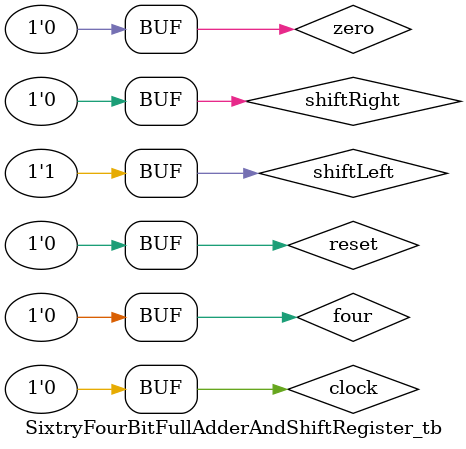
<source format=v>
module SixtryFourBitFullAdderAndShiftRegister_tb;
  wire data;
  reg clock;
  reg shiftLeft;
  reg shiftRight;
  reg reset;
  wire shiftOutputAddInput;
  reg four = 4;
  reg zero = 0;
  
  
  reg adderCarry;
  
  SixtyFourBitShiftRegister shiftRegister ( .in(data),
  .clock (clock),
  .shiftLeft (shiftLeft),
  .shiftRight (shiftRight),
  .reset (reset),
  .out (shiftOutputAddInput));
  
  Adder adder ( .a(shiftOutputAddInput),
  .b (four),
  .carry_in (zero),
  .sum (data),
  .carry_out(carry_out));
  
  ClockGenerator clockGenerator (.clock);
  
  initial begin
    clock <= 0;
    shiftLeft <= 1;
    shiftRight <= 0;
    reset <= 0;
  end
  
endmodule
</source>
